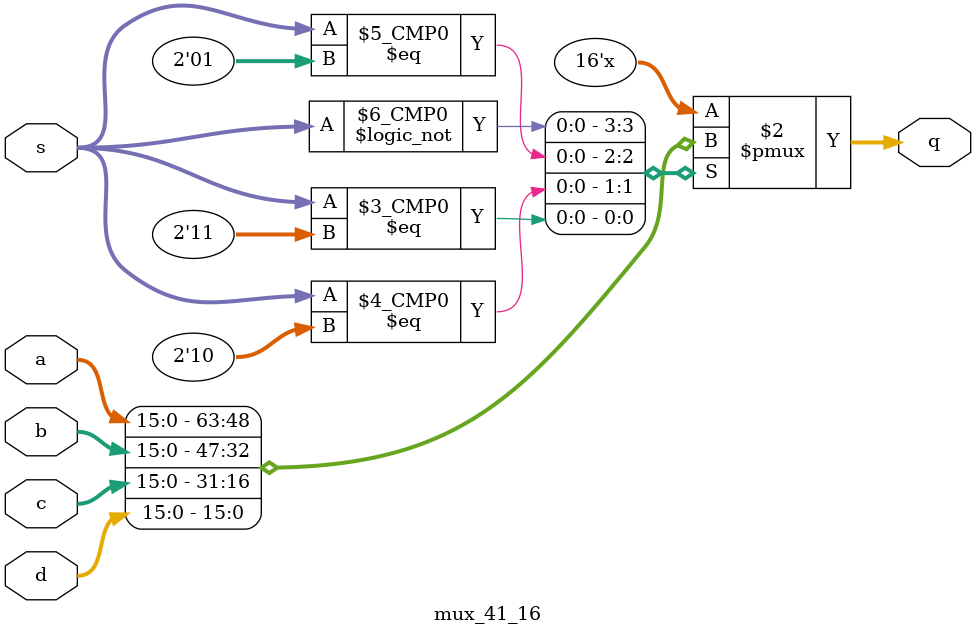
<source format=v>
module mux_41_16(a,b,c,d,s,q);
input  [15:0] a,b,c,d;
input  [1:0] s;
output reg [15:0] q;



always@(a,b,c,d,s)
begin
  
  case(s)
       2'b00:q=a;
       2'b01:q=b;
       2'b10:q=c;
       2'b11:q=d;
  endcase

end
    

endmodule

</source>
